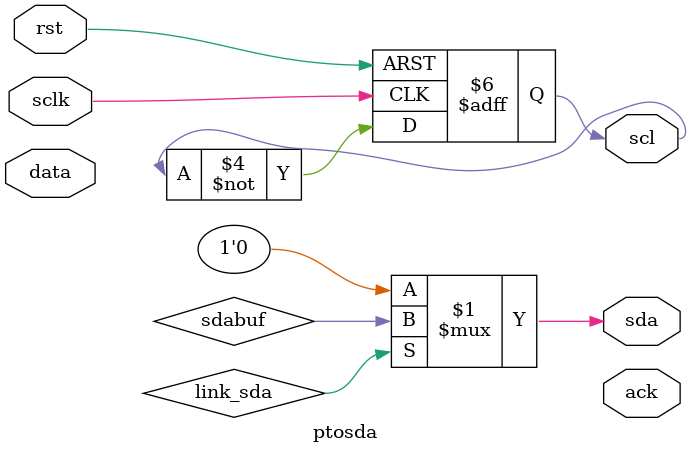
<source format=v>
module ptosda(rst,sclk,ack,scl,sda,data);
input sclk,rst;
input [3:0] data;
output ack,scl,sda;
reg scl,link_sda,ack,sdabuf;
reg [3:0] databuf;
reg [7:0] state;
assign sda = link_sda?sdabuf:1'b0;

parameter ready = 8'b0000_0000,
          start = 8'b0000_0001,
          bit1 = 8'b0000_0010,
          bit2 = 8'b0000_0100,
          bit3 = 8'b0000_1000,
          bit4 = 8'b0001_0000,
          bit5 = 8'b0010_0000,
          stop = 8'b0100_0000,
          IDLE = 8'b1000_0000;
always @(posedge sclk or negedge rst) begin
    if(!rst)
        scl=1;
    else
        scl=~scl;
end
always @(posedge ac) begin
    
end
endmodule
</source>
